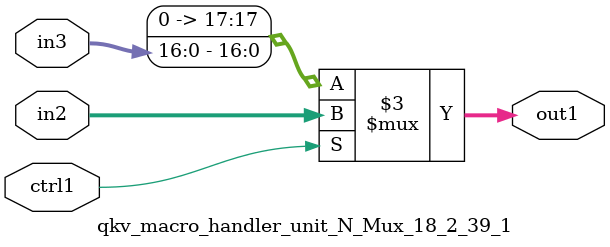
<source format=v>

`timescale 1ps / 1ps


module qkv_macro_handler_unit_N_Mux_18_2_39_1( in3, in2, ctrl1, out1 );

    input [16:0] in3;
    input [17:0] in2;
    input ctrl1;
    output [17:0] out1;
    reg [17:0] out1;

    
    // rtl_process:qkv_macro_handler_unit_N_Mux_18_2_39_1/qkv_macro_handler_unit_N_Mux_18_2_39_1_thread_1
    always @*
      begin : qkv_macro_handler_unit_N_Mux_18_2_39_1_thread_1
        case (ctrl1) 
          1'b1: 
            begin
              out1 = in2;
            end
          default: 
            begin
              out1 = {1'b0, in3};
            end
        endcase
      end

endmodule



</source>
